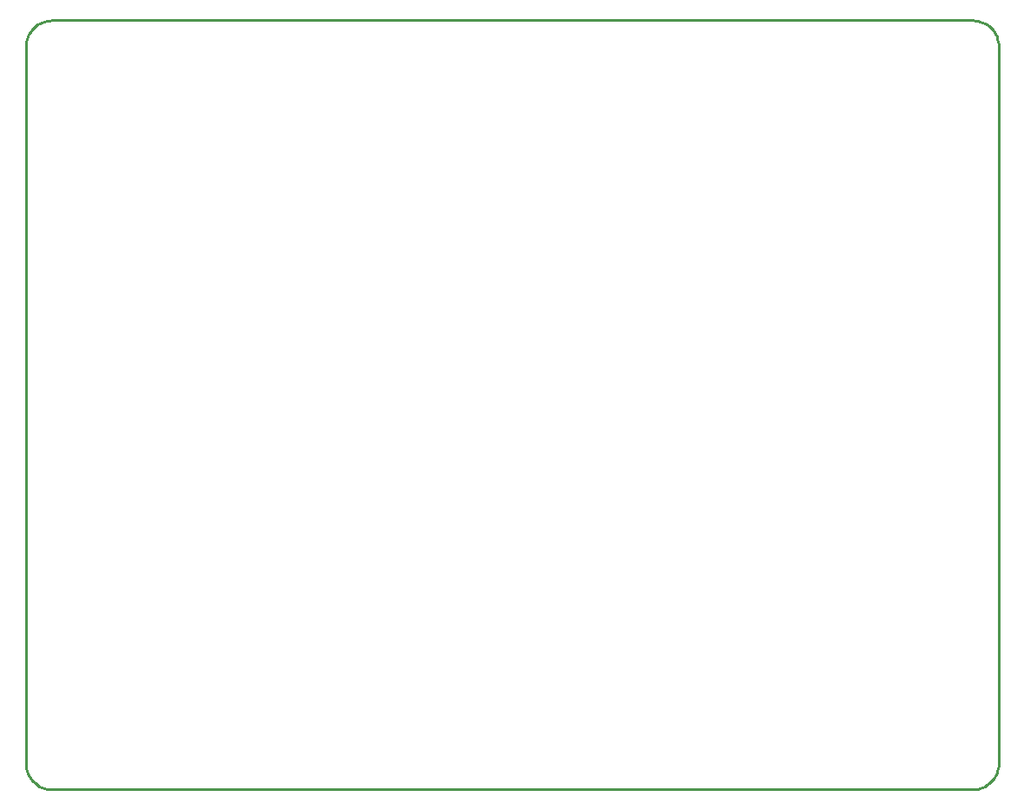
<source format=gko>
G04*
G04 #@! TF.GenerationSoftware,Altium Limited,Altium Designer,19.0.4 (130)*
G04*
G04 Layer_Color=16711935*
%FSLAX25Y25*%
%MOIN*%
G70*
G01*
G75*
%ADD12C,0.01000*%
D12*
X0Y-10000D02*
X-48Y-9020D01*
X-192Y-8049D01*
X-431Y-7097D01*
X-761Y-6173D01*
X-1181Y-5286D01*
X-1685Y-4444D01*
X-2270Y-3656D01*
X-2929Y-2929D01*
X-3656Y-2270D01*
X-4444Y-1685D01*
X-5286Y-1181D01*
X-6173Y-761D01*
X-7097Y-431D01*
X-8049Y-192D01*
X-9020Y-48D01*
X-10000Y0D01*
X-363300D02*
X-364280Y-48D01*
X-365251Y-192D01*
X-366203Y-431D01*
X-367127Y-761D01*
X-368014Y-1181D01*
X-368856Y-1685D01*
X-369644Y-2270D01*
X-370371Y-2929D01*
X-371030Y-3656D01*
X-371615Y-4444D01*
X-372119Y-5286D01*
X-372539Y-6173D01*
X-372869Y-7097D01*
X-373108Y-8049D01*
X-373252Y-9020D01*
X-373300Y-10000D01*
X-373400Y-285276D02*
X-373352Y-286256D01*
X-373208Y-287227D01*
X-372969Y-288178D01*
X-372639Y-289102D01*
X-372219Y-289990D01*
X-371715Y-290831D01*
X-371130Y-291619D01*
X-370471Y-292347D01*
X-369744Y-293006D01*
X-368956Y-293590D01*
X-368114Y-294095D01*
X-367227Y-294514D01*
X-366303Y-294845D01*
X-365351Y-295083D01*
X-364380Y-295227D01*
X-363400Y-295276D01*
X-10000D02*
X-9020Y-295227D01*
X-8049Y-295083D01*
X-7097Y-294845D01*
X-6173Y-294514D01*
X-5286Y-294095D01*
X-4444Y-293590D01*
X-3656Y-293006D01*
X-2929Y-292347D01*
X-2270Y-291619D01*
X-1685Y-290831D01*
X-1181Y-289990D01*
X-761Y-289102D01*
X-431Y-288178D01*
X-192Y-287227D01*
X-48Y-286256D01*
X-0Y-285276D01*
X0D02*
Y-10000D01*
X-363300Y0D02*
X-10000D01*
X-373300Y-10000D02*
X-373200Y-31900D01*
Y-216000D02*
Y-31900D01*
X-373400Y-285276D02*
X-373200Y-216000D01*
X-363400Y-295276D02*
X-10000D01*
M02*

</source>
